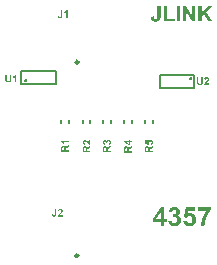
<source format=gto>
G04*
G04 #@! TF.GenerationSoftware,Altium Limited,Altium Designer,22.7.1 (60)*
G04*
G04 Layer_Color=15132400*
%FSLAX25Y25*%
%MOIN*%
G70*
G04*
G04 #@! TF.SameCoordinates,4E350FCD-7793-4D70-B8A6-44CA439EF18F*
G04*
G04*
G04 #@! TF.FilePolarity,Positive*
G04*
G01*
G75*
%ADD10C,0.01000*%
%ADD11C,0.00787*%
%ADD12C,0.00551*%
G36*
X24580Y-32219D02*
X24643D01*
X24719Y-32233D01*
X24809Y-32240D01*
X24907Y-32261D01*
X25011Y-32282D01*
X25129Y-32317D01*
X25247Y-32351D01*
X25365Y-32400D01*
X25483Y-32455D01*
X25607Y-32525D01*
X25725Y-32601D01*
X25837Y-32691D01*
X25941Y-32795D01*
X25948Y-32802D01*
X25962Y-32816D01*
X25982Y-32844D01*
X26010Y-32879D01*
X26045Y-32920D01*
X26086Y-32976D01*
X26128Y-33038D01*
X26170Y-33108D01*
X26253Y-33260D01*
X26329Y-33441D01*
X26357Y-33538D01*
X26378Y-33642D01*
X26392Y-33746D01*
X26399Y-33857D01*
Y-33864D01*
Y-33892D01*
X26392Y-33941D01*
X26385Y-33996D01*
X26371Y-34065D01*
X26350Y-34149D01*
X26322Y-34246D01*
X26281Y-34343D01*
X26232Y-34447D01*
X26177Y-34558D01*
X26100Y-34669D01*
X26010Y-34780D01*
X25906Y-34891D01*
X25781Y-35002D01*
X25635Y-35107D01*
X25476Y-35204D01*
X25483D01*
X25503Y-35211D01*
X25531Y-35217D01*
X25566Y-35231D01*
X25615Y-35245D01*
X25670Y-35266D01*
X25788Y-35315D01*
X25934Y-35384D01*
X26079Y-35481D01*
X26218Y-35592D01*
X26288Y-35662D01*
X26350Y-35738D01*
X26357Y-35745D01*
X26364Y-35759D01*
X26378Y-35780D01*
X26406Y-35807D01*
X26426Y-35849D01*
X26454Y-35898D01*
X26489Y-35953D01*
X26517Y-36016D01*
X26579Y-36161D01*
X26635Y-36328D01*
X26669Y-36522D01*
X26676Y-36626D01*
X26683Y-36730D01*
Y-36737D01*
Y-36765D01*
X26676Y-36814D01*
Y-36869D01*
X26662Y-36946D01*
X26649Y-37029D01*
X26635Y-37119D01*
X26607Y-37223D01*
X26572Y-37334D01*
X26531Y-37452D01*
X26482Y-37570D01*
X26419Y-37688D01*
X26350Y-37813D01*
X26267Y-37931D01*
X26177Y-38049D01*
X26066Y-38167D01*
X26059Y-38174D01*
X26038Y-38195D01*
X26003Y-38223D01*
X25954Y-38257D01*
X25892Y-38306D01*
X25823Y-38354D01*
X25739Y-38410D01*
X25642Y-38458D01*
X25538Y-38514D01*
X25420Y-38570D01*
X25288Y-38618D01*
X25156Y-38667D01*
X25011Y-38701D01*
X24858Y-38729D01*
X24691Y-38750D01*
X24525Y-38757D01*
X24483D01*
X24442Y-38750D01*
X24379D01*
X24310Y-38743D01*
X24219Y-38729D01*
X24122Y-38715D01*
X24018Y-38694D01*
X23907Y-38667D01*
X23789Y-38632D01*
X23671Y-38597D01*
X23553Y-38549D01*
X23428Y-38486D01*
X23310Y-38424D01*
X23192Y-38347D01*
X23081Y-38257D01*
X23074Y-38250D01*
X23054Y-38236D01*
X23026Y-38209D01*
X22991Y-38167D01*
X22950Y-38118D01*
X22894Y-38056D01*
X22845Y-37987D01*
X22783Y-37903D01*
X22727Y-37813D01*
X22672Y-37716D01*
X22616Y-37612D01*
X22561Y-37494D01*
X22519Y-37369D01*
X22478Y-37237D01*
X22443Y-37091D01*
X22422Y-36946D01*
X23609Y-36800D01*
Y-36807D01*
Y-36821D01*
X23616Y-36841D01*
X23623Y-36876D01*
X23637Y-36959D01*
X23671Y-37057D01*
X23706Y-37175D01*
X23762Y-37286D01*
X23831Y-37404D01*
X23914Y-37501D01*
X23928Y-37508D01*
X23956Y-37536D01*
X24011Y-37577D01*
X24081Y-37619D01*
X24171Y-37660D01*
X24275Y-37702D01*
X24393Y-37730D01*
X24518Y-37737D01*
X24553D01*
X24580Y-37730D01*
X24650Y-37723D01*
X24740Y-37702D01*
X24844Y-37667D01*
X24948Y-37619D01*
X25059Y-37549D01*
X25163Y-37452D01*
X25177Y-37438D01*
X25205Y-37397D01*
X25247Y-37334D01*
X25295Y-37244D01*
X25344Y-37133D01*
X25385Y-37001D01*
X25413Y-36848D01*
X25427Y-36675D01*
Y-36668D01*
Y-36654D01*
Y-36633D01*
X25420Y-36599D01*
Y-36557D01*
X25413Y-36515D01*
X25399Y-36411D01*
X25365Y-36293D01*
X25323Y-36168D01*
X25260Y-36050D01*
X25177Y-35939D01*
X25163Y-35925D01*
X25136Y-35898D01*
X25080Y-35849D01*
X25011Y-35800D01*
X24920Y-35752D01*
X24816Y-35703D01*
X24698Y-35675D01*
X24566Y-35662D01*
X24525D01*
X24476Y-35669D01*
X24407Y-35675D01*
X24324Y-35682D01*
X24233Y-35703D01*
X24122Y-35724D01*
X24004Y-35759D01*
X24136Y-34760D01*
X24219D01*
X24261Y-34753D01*
X24310D01*
X24421Y-34739D01*
X24546Y-34718D01*
X24671Y-34676D01*
X24789Y-34621D01*
X24900Y-34551D01*
X24914Y-34537D01*
X24941Y-34510D01*
X24983Y-34461D01*
X25038Y-34392D01*
X25087Y-34301D01*
X25129Y-34197D01*
X25156Y-34079D01*
X25170Y-33941D01*
Y-33934D01*
Y-33927D01*
Y-33885D01*
X25163Y-33830D01*
X25150Y-33753D01*
X25122Y-33677D01*
X25087Y-33587D01*
X25038Y-33503D01*
X24976Y-33427D01*
X24969Y-33420D01*
X24941Y-33399D01*
X24900Y-33364D01*
X24837Y-33330D01*
X24761Y-33295D01*
X24678Y-33260D01*
X24574Y-33240D01*
X24455Y-33233D01*
X24400D01*
X24344Y-33246D01*
X24268Y-33260D01*
X24185Y-33288D01*
X24095Y-33323D01*
X24004Y-33378D01*
X23914Y-33455D01*
X23907Y-33462D01*
X23879Y-33496D01*
X23845Y-33545D01*
X23796Y-33614D01*
X23748Y-33705D01*
X23706Y-33809D01*
X23671Y-33941D01*
X23643Y-34086D01*
X22512Y-33899D01*
Y-33892D01*
X22519Y-33871D01*
X22526Y-33843D01*
X22533Y-33802D01*
X22547Y-33753D01*
X22561Y-33698D01*
X22603Y-33566D01*
X22651Y-33413D01*
X22714Y-33260D01*
X22783Y-33108D01*
X22866Y-32969D01*
Y-32962D01*
X22880Y-32955D01*
X22908Y-32913D01*
X22963Y-32844D01*
X23040Y-32768D01*
X23130Y-32678D01*
X23241Y-32587D01*
X23373Y-32497D01*
X23526Y-32414D01*
X23532D01*
X23546Y-32407D01*
X23567Y-32393D01*
X23602Y-32379D01*
X23643Y-32365D01*
X23692Y-32351D01*
X23748Y-32331D01*
X23810Y-32310D01*
X23949Y-32275D01*
X24115Y-32240D01*
X24296Y-32219D01*
X24490Y-32212D01*
X24532D01*
X24580Y-32219D01*
D02*
G37*
G36*
X31486Y-33469D02*
X29161D01*
X28967Y-34558D01*
X28973D01*
X28987Y-34551D01*
X29008Y-34537D01*
X29036Y-34523D01*
X29078Y-34510D01*
X29119Y-34489D01*
X29223Y-34454D01*
X29355Y-34413D01*
X29494Y-34385D01*
X29647Y-34357D01*
X29806Y-34350D01*
X29841D01*
X29883Y-34357D01*
X29945D01*
X30014Y-34371D01*
X30098Y-34385D01*
X30188Y-34399D01*
X30285Y-34426D01*
X30396Y-34454D01*
X30507Y-34496D01*
X30618Y-34544D01*
X30736Y-34600D01*
X30854Y-34669D01*
X30972Y-34753D01*
X31083Y-34843D01*
X31194Y-34947D01*
X31201Y-34954D01*
X31222Y-34975D01*
X31250Y-35009D01*
X31284Y-35058D01*
X31326Y-35113D01*
X31375Y-35183D01*
X31430Y-35266D01*
X31486Y-35363D01*
X31534Y-35467D01*
X31590Y-35585D01*
X31638Y-35717D01*
X31680Y-35849D01*
X31715Y-36002D01*
X31743Y-36154D01*
X31763Y-36321D01*
X31770Y-36494D01*
Y-36501D01*
Y-36529D01*
Y-36571D01*
X31763Y-36626D01*
X31756Y-36696D01*
X31743Y-36779D01*
X31729Y-36869D01*
X31715Y-36966D01*
X31687Y-37077D01*
X31659Y-37189D01*
X31618Y-37306D01*
X31576Y-37424D01*
X31520Y-37549D01*
X31458Y-37667D01*
X31389Y-37792D01*
X31305Y-37910D01*
X31298Y-37917D01*
X31277Y-37945D01*
X31243Y-37987D01*
X31187Y-38042D01*
X31125Y-38105D01*
X31049Y-38181D01*
X30958Y-38257D01*
X30854Y-38334D01*
X30736Y-38410D01*
X30604Y-38486D01*
X30465Y-38563D01*
X30313Y-38625D01*
X30146Y-38681D01*
X29966Y-38722D01*
X29772Y-38750D01*
X29570Y-38757D01*
X29487D01*
X29425Y-38750D01*
X29348Y-38743D01*
X29258Y-38729D01*
X29161Y-38715D01*
X29057Y-38694D01*
X28828Y-38639D01*
X28703Y-38604D01*
X28585Y-38556D01*
X28460Y-38500D01*
X28342Y-38438D01*
X28231Y-38368D01*
X28120Y-38285D01*
X28113Y-38278D01*
X28099Y-38264D01*
X28071Y-38236D01*
X28030Y-38195D01*
X27988Y-38146D01*
X27939Y-38091D01*
X27884Y-38021D01*
X27828Y-37945D01*
X27773Y-37855D01*
X27717Y-37758D01*
X27662Y-37653D01*
X27606Y-37542D01*
X27558Y-37418D01*
X27516Y-37286D01*
X27488Y-37147D01*
X27461Y-37001D01*
X28682Y-36869D01*
Y-36876D01*
Y-36890D01*
X28689Y-36911D01*
X28696Y-36939D01*
X28710Y-37015D01*
X28738Y-37105D01*
X28779Y-37216D01*
X28835Y-37320D01*
X28904Y-37431D01*
X28987Y-37528D01*
X29001Y-37536D01*
X29036Y-37563D01*
X29085Y-37605D01*
X29161Y-37646D01*
X29244Y-37695D01*
X29348Y-37730D01*
X29459Y-37758D01*
X29584Y-37771D01*
X29619D01*
X29647Y-37764D01*
X29723Y-37758D01*
X29813Y-37730D01*
X29917Y-37695D01*
X30021Y-37640D01*
X30132Y-37563D01*
X30188Y-37515D01*
X30237Y-37459D01*
Y-37452D01*
X30250Y-37445D01*
X30264Y-37424D01*
X30278Y-37404D01*
X30299Y-37369D01*
X30320Y-37327D01*
X30348Y-37279D01*
X30375Y-37223D01*
X30396Y-37161D01*
X30424Y-37091D01*
X30445Y-37015D01*
X30465Y-36932D01*
X30479Y-36834D01*
X30493Y-36737D01*
X30507Y-36626D01*
Y-36515D01*
Y-36508D01*
Y-36487D01*
Y-36460D01*
X30500Y-36418D01*
Y-36369D01*
X30493Y-36314D01*
X30472Y-36182D01*
X30445Y-36036D01*
X30396Y-35891D01*
X30327Y-35752D01*
X30237Y-35627D01*
Y-35620D01*
X30223Y-35613D01*
X30188Y-35578D01*
X30132Y-35530D01*
X30049Y-35474D01*
X29952Y-35426D01*
X29834Y-35377D01*
X29702Y-35342D01*
X29626Y-35329D01*
X29501D01*
X29459Y-35335D01*
X29411Y-35342D01*
X29362Y-35356D01*
X29230Y-35384D01*
X29085Y-35440D01*
X29001Y-35481D01*
X28925Y-35523D01*
X28842Y-35578D01*
X28758Y-35641D01*
X28675Y-35710D01*
X28599Y-35794D01*
X27606Y-35655D01*
X28238Y-32317D01*
X31486D01*
Y-33469D01*
D02*
G37*
G36*
X36621Y-33205D02*
X36614Y-33212D01*
X36601Y-33226D01*
X36573Y-33260D01*
X36531Y-33302D01*
X36483Y-33351D01*
X36427Y-33420D01*
X36364Y-33496D01*
X36295Y-33580D01*
X36219Y-33677D01*
X36136Y-33788D01*
X36045Y-33913D01*
X35955Y-34045D01*
X35858Y-34183D01*
X35761Y-34336D01*
X35664Y-34503D01*
X35559Y-34676D01*
X35553Y-34690D01*
X35539Y-34718D01*
X35511Y-34773D01*
X35469Y-34843D01*
X35428Y-34933D01*
X35379Y-35037D01*
X35317Y-35155D01*
X35254Y-35287D01*
X35192Y-35440D01*
X35122Y-35592D01*
X35060Y-35766D01*
X34990Y-35939D01*
X34921Y-36127D01*
X34859Y-36321D01*
X34741Y-36716D01*
Y-36730D01*
X34727Y-36765D01*
X34713Y-36821D01*
X34699Y-36897D01*
X34678Y-36994D01*
X34650Y-37098D01*
X34629Y-37223D01*
X34602Y-37362D01*
X34574Y-37508D01*
X34553Y-37660D01*
X34512Y-37980D01*
X34477Y-38313D01*
X34470Y-38639D01*
X33283D01*
Y-38632D01*
Y-38625D01*
Y-38604D01*
Y-38576D01*
X33290Y-38507D01*
X33297Y-38410D01*
X33304Y-38292D01*
X33318Y-38146D01*
X33339Y-37987D01*
X33360Y-37806D01*
X33394Y-37605D01*
X33429Y-37397D01*
X33470Y-37175D01*
X33526Y-36939D01*
X33582Y-36696D01*
X33651Y-36446D01*
X33734Y-36189D01*
X33825Y-35932D01*
Y-35925D01*
X33831Y-35918D01*
X33838Y-35898D01*
X33845Y-35870D01*
X33880Y-35794D01*
X33922Y-35696D01*
X33970Y-35578D01*
X34033Y-35433D01*
X34109Y-35273D01*
X34192Y-35100D01*
X34290Y-34912D01*
X34394Y-34718D01*
X34505Y-34510D01*
X34629Y-34301D01*
X34761Y-34086D01*
X34907Y-33871D01*
X35053Y-33663D01*
X35212Y-33455D01*
X32423D01*
Y-32317D01*
X36621D01*
Y-33205D01*
D02*
G37*
G36*
X21083Y-36272D02*
X21881D01*
Y-37348D01*
X21083D01*
Y-38639D01*
X19896D01*
Y-37348D01*
X17279D01*
Y-36279D01*
X20049Y-32212D01*
X21083D01*
Y-36272D01*
D02*
G37*
G36*
X35087Y32711D02*
X37124Y29581D01*
X35786D01*
X34371Y31984D01*
X33538Y31124D01*
Y29581D01*
X32506D01*
Y34703D01*
X33538D01*
Y32428D01*
X35631Y34703D01*
X37024D01*
X35087Y32711D01*
D02*
G37*
G36*
X31402Y29581D02*
X30369D01*
X28294Y32944D01*
Y29581D01*
X27339D01*
Y34703D01*
X28338D01*
X30447Y31262D01*
Y34703D01*
X31402D01*
Y29581D01*
D02*
G37*
G36*
X19874Y31451D02*
Y31446D01*
Y31423D01*
Y31390D01*
Y31346D01*
X19869Y31296D01*
Y31235D01*
X19863Y31163D01*
X19858Y31090D01*
X19847Y30935D01*
X19824Y30774D01*
X19797Y30613D01*
X19780Y30541D01*
X19758Y30474D01*
Y30469D01*
X19752Y30452D01*
X19741Y30430D01*
X19730Y30402D01*
X19713Y30363D01*
X19691Y30319D01*
X19636Y30213D01*
X19558Y30102D01*
X19464Y29980D01*
X19353Y29864D01*
X19286Y29808D01*
X19214Y29753D01*
X19208Y29747D01*
X19197Y29742D01*
X19175Y29731D01*
X19142Y29714D01*
X19103Y29692D01*
X19053Y29669D01*
X18997Y29647D01*
X18936Y29620D01*
X18864Y29597D01*
X18787Y29570D01*
X18698Y29547D01*
X18609Y29531D01*
X18509Y29509D01*
X18404Y29498D01*
X18287Y29492D01*
X18170Y29486D01*
X18137D01*
X18098Y29492D01*
X18048D01*
X17982Y29498D01*
X17910Y29509D01*
X17832Y29520D01*
X17743Y29542D01*
X17649Y29564D01*
X17554Y29592D01*
X17460Y29625D01*
X17360Y29664D01*
X17266Y29714D01*
X17172Y29770D01*
X17088Y29836D01*
X17005Y29908D01*
X16999Y29914D01*
X16988Y29930D01*
X16966Y29953D01*
X16938Y29986D01*
X16911Y30030D01*
X16877Y30086D01*
X16838Y30152D01*
X16800Y30224D01*
X16761Y30308D01*
X16722Y30402D01*
X16689Y30502D01*
X16661Y30613D01*
X16633Y30735D01*
X16611Y30868D01*
X16600Y31007D01*
X16594Y31157D01*
X17571Y31268D01*
Y31262D01*
Y31251D01*
Y31224D01*
X17577Y31196D01*
Y31157D01*
X17582Y31118D01*
X17593Y31024D01*
X17610Y30918D01*
X17632Y30818D01*
X17660Y30718D01*
X17676Y30680D01*
X17699Y30641D01*
Y30635D01*
X17704Y30630D01*
X17732Y30596D01*
X17771Y30558D01*
X17826Y30508D01*
X17898Y30458D01*
X17987Y30413D01*
X18087Y30380D01*
X18148Y30374D01*
X18209Y30369D01*
X18243D01*
X18265Y30374D01*
X18326Y30380D01*
X18398Y30391D01*
X18481Y30419D01*
X18559Y30452D01*
X18637Y30496D01*
X18698Y30563D01*
X18703Y30574D01*
X18709Y30585D01*
X18720Y30602D01*
X18731Y30630D01*
X18742Y30658D01*
X18759Y30696D01*
X18770Y30741D01*
X18781Y30791D01*
X18798Y30852D01*
X18809Y30918D01*
X18820Y30996D01*
X18831Y31079D01*
X18836Y31174D01*
X18842Y31273D01*
Y31385D01*
Y34703D01*
X19874D01*
Y31451D01*
D02*
G37*
G36*
X26340Y29581D02*
X25308D01*
Y34703D01*
X26340D01*
Y29581D01*
D02*
G37*
G36*
X22033Y30447D02*
X24603D01*
Y29581D01*
X21001D01*
Y34659D01*
X22033D01*
Y30447D01*
D02*
G37*
G36*
X-14847Y-34538D02*
Y-34541D01*
Y-34552D01*
Y-34569D01*
Y-34591D01*
X-14850Y-34616D01*
Y-34646D01*
X-14853Y-34682D01*
X-14856Y-34718D01*
X-14861Y-34796D01*
X-14872Y-34876D01*
X-14886Y-34956D01*
X-14895Y-34992D01*
X-14906Y-35026D01*
Y-35028D01*
X-14908Y-35037D01*
X-14914Y-35048D01*
X-14919Y-35062D01*
X-14928Y-35081D01*
X-14939Y-35103D01*
X-14966Y-35156D01*
X-15005Y-35211D01*
X-15052Y-35272D01*
X-15108Y-35330D01*
X-15141Y-35358D01*
X-15177Y-35386D01*
X-15180Y-35388D01*
X-15185Y-35391D01*
X-15196Y-35397D01*
X-15213Y-35405D01*
X-15233Y-35416D01*
X-15257Y-35427D01*
X-15285Y-35438D01*
X-15315Y-35452D01*
X-15352Y-35463D01*
X-15390Y-35477D01*
X-15435Y-35488D01*
X-15479Y-35497D01*
X-15529Y-35508D01*
X-15582Y-35513D01*
X-15640Y-35516D01*
X-15698Y-35519D01*
X-15714D01*
X-15734Y-35516D01*
X-15759D01*
X-15792Y-35513D01*
X-15828Y-35508D01*
X-15867Y-35502D01*
X-15911Y-35491D01*
X-15958Y-35480D01*
X-16005Y-35466D01*
X-16052Y-35449D01*
X-16102Y-35430D01*
X-16149Y-35405D01*
X-16196Y-35377D01*
X-16238Y-35344D01*
X-16280Y-35308D01*
X-16282Y-35305D01*
X-16288Y-35297D01*
X-16299Y-35286D01*
X-16313Y-35269D01*
X-16327Y-35247D01*
X-16343Y-35219D01*
X-16363Y-35186D01*
X-16382Y-35150D01*
X-16401Y-35109D01*
X-16421Y-35062D01*
X-16437Y-35012D01*
X-16451Y-34956D01*
X-16465Y-34895D01*
X-16476Y-34829D01*
X-16482Y-34760D01*
X-16485Y-34685D01*
X-15997Y-34629D01*
Y-34632D01*
Y-34638D01*
Y-34652D01*
X-15994Y-34666D01*
Y-34685D01*
X-15991Y-34704D01*
X-15986Y-34751D01*
X-15978Y-34804D01*
X-15967Y-34854D01*
X-15953Y-34904D01*
X-15944Y-34923D01*
X-15933Y-34942D01*
Y-34945D01*
X-15931Y-34948D01*
X-15917Y-34965D01*
X-15897Y-34984D01*
X-15870Y-35009D01*
X-15834Y-35034D01*
X-15789Y-35056D01*
X-15739Y-35073D01*
X-15709Y-35076D01*
X-15678Y-35078D01*
X-15662D01*
X-15651Y-35076D01*
X-15620Y-35073D01*
X-15584Y-35067D01*
X-15543Y-35053D01*
X-15504Y-35037D01*
X-15465Y-35015D01*
X-15435Y-34981D01*
X-15432Y-34976D01*
X-15429Y-34970D01*
X-15424Y-34962D01*
X-15418Y-34948D01*
X-15413Y-34934D01*
X-15404Y-34915D01*
X-15399Y-34893D01*
X-15393Y-34868D01*
X-15385Y-34837D01*
X-15379Y-34804D01*
X-15374Y-34765D01*
X-15368Y-34724D01*
X-15365Y-34677D01*
X-15363Y-34627D01*
Y-34571D01*
Y-32915D01*
X-14847D01*
Y-34538D01*
D02*
G37*
G36*
X-13501Y-32909D02*
X-13471Y-32912D01*
X-13435Y-32918D01*
X-13393Y-32923D01*
X-13349Y-32932D01*
X-13302Y-32943D01*
X-13255Y-32956D01*
X-13205Y-32973D01*
X-13155Y-32992D01*
X-13108Y-33017D01*
X-13061Y-33045D01*
X-13014Y-33075D01*
X-12972Y-33112D01*
X-12969Y-33114D01*
X-12964Y-33120D01*
X-12953Y-33134D01*
X-12939Y-33147D01*
X-12922Y-33167D01*
X-12903Y-33192D01*
X-12883Y-33220D01*
X-12861Y-33253D01*
X-12842Y-33286D01*
X-12823Y-33325D01*
X-12803Y-33366D01*
X-12787Y-33411D01*
X-12773Y-33461D01*
X-12762Y-33510D01*
X-12756Y-33563D01*
X-12753Y-33618D01*
Y-33621D01*
Y-33627D01*
Y-33635D01*
Y-33649D01*
X-12756Y-33663D01*
Y-33682D01*
X-12762Y-33724D01*
X-12770Y-33776D01*
X-12781Y-33832D01*
X-12795Y-33890D01*
X-12817Y-33948D01*
Y-33951D01*
X-12820Y-33954D01*
X-12823Y-33965D01*
X-12828Y-33976D01*
X-12836Y-33990D01*
X-12845Y-34006D01*
X-12864Y-34048D01*
X-12892Y-34095D01*
X-12925Y-34150D01*
X-12967Y-34211D01*
X-13014Y-34275D01*
X-13019Y-34280D01*
X-13030Y-34297D01*
X-13055Y-34322D01*
X-13086Y-34358D01*
X-13108Y-34380D01*
X-13130Y-34405D01*
X-13158Y-34430D01*
X-13185Y-34460D01*
X-13219Y-34491D01*
X-13255Y-34527D01*
X-13294Y-34563D01*
X-13335Y-34602D01*
X-13338Y-34605D01*
X-13346Y-34610D01*
X-13357Y-34621D01*
X-13371Y-34635D01*
X-13390Y-34652D01*
X-13413Y-34671D01*
X-13460Y-34715D01*
X-13510Y-34762D01*
X-13557Y-34809D01*
X-13579Y-34832D01*
X-13598Y-34851D01*
X-13615Y-34870D01*
X-13629Y-34884D01*
X-13631Y-34887D01*
X-13640Y-34895D01*
X-13651Y-34909D01*
X-13665Y-34926D01*
X-13679Y-34948D01*
X-13695Y-34970D01*
X-13728Y-35017D01*
X-12753D01*
Y-35472D01*
X-14471D01*
Y-35469D01*
X-14468Y-35460D01*
Y-35447D01*
X-14465Y-35427D01*
X-14460Y-35405D01*
X-14454Y-35377D01*
X-14448Y-35347D01*
X-14440Y-35314D01*
X-14418Y-35239D01*
X-14388Y-35156D01*
X-14352Y-35070D01*
X-14304Y-34984D01*
X-14302Y-34981D01*
X-14299Y-34973D01*
X-14288Y-34959D01*
X-14277Y-34942D01*
X-14260Y-34920D01*
X-14238Y-34890D01*
X-14213Y-34859D01*
X-14183Y-34821D01*
X-14149Y-34779D01*
X-14108Y-34735D01*
X-14063Y-34682D01*
X-14014Y-34629D01*
X-13958Y-34571D01*
X-13894Y-34508D01*
X-13828Y-34441D01*
X-13753Y-34372D01*
X-13750Y-34369D01*
X-13739Y-34358D01*
X-13723Y-34341D01*
X-13701Y-34322D01*
X-13673Y-34297D01*
X-13645Y-34269D01*
X-13612Y-34236D01*
X-13579Y-34203D01*
X-13507Y-34134D01*
X-13440Y-34064D01*
X-13413Y-34034D01*
X-13385Y-34003D01*
X-13363Y-33976D01*
X-13346Y-33954D01*
Y-33951D01*
X-13340Y-33948D01*
X-13338Y-33940D01*
X-13329Y-33929D01*
X-13313Y-33898D01*
X-13294Y-33859D01*
X-13277Y-33815D01*
X-13260Y-33765D01*
X-13249Y-33710D01*
X-13244Y-33654D01*
Y-33652D01*
Y-33646D01*
Y-33638D01*
Y-33627D01*
X-13249Y-33599D01*
X-13255Y-33560D01*
X-13266Y-33522D01*
X-13280Y-33480D01*
X-13302Y-33438D01*
X-13332Y-33402D01*
X-13335Y-33400D01*
X-13349Y-33389D01*
X-13368Y-33375D01*
X-13396Y-33358D01*
X-13432Y-33341D01*
X-13474Y-33328D01*
X-13521Y-33316D01*
X-13576Y-33314D01*
X-13601D01*
X-13629Y-33319D01*
X-13665Y-33325D01*
X-13703Y-33336D01*
X-13745Y-33353D01*
X-13787Y-33377D01*
X-13823Y-33408D01*
X-13825Y-33413D01*
X-13836Y-33424D01*
X-13850Y-33447D01*
X-13870Y-33480D01*
X-13886Y-33522D01*
X-13903Y-33574D01*
X-13917Y-33638D01*
X-13922Y-33674D01*
X-13925Y-33713D01*
X-14412Y-33665D01*
Y-33660D01*
X-14410Y-33649D01*
X-14407Y-33627D01*
X-14401Y-33599D01*
X-14396Y-33566D01*
X-14388Y-33527D01*
X-14377Y-33485D01*
X-14363Y-33441D01*
X-14346Y-33394D01*
X-14327Y-33347D01*
X-14304Y-33297D01*
X-14280Y-33250D01*
X-14252Y-33203D01*
X-14219Y-33159D01*
X-14183Y-33120D01*
X-14141Y-33084D01*
X-14138Y-33081D01*
X-14130Y-33075D01*
X-14116Y-33067D01*
X-14099Y-33056D01*
X-14077Y-33042D01*
X-14050Y-33028D01*
X-14019Y-33012D01*
X-13983Y-32995D01*
X-13942Y-32979D01*
X-13900Y-32962D01*
X-13853Y-32948D01*
X-13800Y-32934D01*
X-13748Y-32923D01*
X-13690Y-32915D01*
X-13629Y-32909D01*
X-13565Y-32906D01*
X-13529D01*
X-13501Y-32909D01*
D02*
G37*
G36*
X-12838Y31675D02*
Y31672D01*
Y31661D01*
Y31644D01*
Y31622D01*
X-12841Y31597D01*
Y31567D01*
X-12844Y31530D01*
X-12847Y31495D01*
X-12852Y31417D01*
X-12863Y31337D01*
X-12877Y31256D01*
X-12886Y31220D01*
X-12897Y31187D01*
Y31184D01*
X-12899Y31176D01*
X-12905Y31165D01*
X-12910Y31151D01*
X-12919Y31132D01*
X-12930Y31109D01*
X-12957Y31057D01*
X-12996Y31001D01*
X-13043Y30940D01*
X-13099Y30882D01*
X-13132Y30855D01*
X-13168Y30827D01*
X-13171Y30824D01*
X-13176Y30821D01*
X-13187Y30816D01*
X-13204Y30808D01*
X-13223Y30796D01*
X-13248Y30785D01*
X-13276Y30774D01*
X-13307Y30760D01*
X-13342Y30749D01*
X-13381Y30735D01*
X-13426Y30724D01*
X-13470Y30716D01*
X-13520Y30705D01*
X-13572Y30700D01*
X-13631Y30697D01*
X-13689Y30694D01*
X-13705D01*
X-13725Y30697D01*
X-13750D01*
X-13783Y30700D01*
X-13819Y30705D01*
X-13858Y30711D01*
X-13902Y30722D01*
X-13949Y30733D01*
X-13996Y30747D01*
X-14043Y30763D01*
X-14093Y30783D01*
X-14140Y30808D01*
X-14187Y30835D01*
X-14229Y30869D01*
X-14270Y30904D01*
X-14273Y30907D01*
X-14279Y30916D01*
X-14290Y30927D01*
X-14304Y30943D01*
X-14318Y30965D01*
X-14334Y30993D01*
X-14354Y31026D01*
X-14373Y31062D01*
X-14392Y31104D01*
X-14412Y31151D01*
X-14428Y31201D01*
X-14442Y31256D01*
X-14456Y31317D01*
X-14467Y31384D01*
X-14473Y31453D01*
X-14476Y31528D01*
X-13988Y31583D01*
Y31580D01*
Y31575D01*
Y31561D01*
X-13985Y31547D01*
Y31528D01*
X-13982Y31508D01*
X-13977Y31461D01*
X-13969Y31409D01*
X-13958Y31359D01*
X-13944Y31309D01*
X-13935Y31289D01*
X-13924Y31270D01*
Y31267D01*
X-13921Y31265D01*
X-13908Y31248D01*
X-13888Y31229D01*
X-13860Y31204D01*
X-13825Y31179D01*
X-13780Y31157D01*
X-13730Y31140D01*
X-13700Y31137D01*
X-13669Y31134D01*
X-13653D01*
X-13642Y31137D01*
X-13611Y31140D01*
X-13575Y31146D01*
X-13534Y31159D01*
X-13495Y31176D01*
X-13456Y31198D01*
X-13426Y31231D01*
X-13423Y31237D01*
X-13420Y31242D01*
X-13415Y31251D01*
X-13409Y31265D01*
X-13404Y31278D01*
X-13395Y31298D01*
X-13390Y31320D01*
X-13384Y31345D01*
X-13376Y31375D01*
X-13370Y31409D01*
X-13365Y31447D01*
X-13359Y31489D01*
X-13356Y31536D01*
X-13354Y31586D01*
Y31641D01*
Y33298D01*
X-12838D01*
Y31675D01*
D02*
G37*
G36*
X-11146Y30741D02*
X-11636D01*
Y32583D01*
X-11639Y32580D01*
X-11647Y32572D01*
X-11664Y32558D01*
X-11683Y32541D01*
X-11708Y32522D01*
X-11742Y32497D01*
X-11775Y32469D01*
X-11816Y32442D01*
X-11861Y32411D01*
X-11908Y32381D01*
X-11960Y32350D01*
X-12016Y32320D01*
X-12074Y32289D01*
X-12138Y32262D01*
X-12201Y32237D01*
X-12268Y32212D01*
Y32658D01*
X-12265D01*
X-12259Y32661D01*
X-12248Y32663D01*
X-12235Y32669D01*
X-12215Y32677D01*
X-12196Y32686D01*
X-12171Y32697D01*
X-12143Y32710D01*
X-12082Y32741D01*
X-12013Y32783D01*
X-11935Y32832D01*
X-11852Y32893D01*
X-11850Y32896D01*
X-11841Y32902D01*
X-11830Y32910D01*
X-11816Y32924D01*
X-11797Y32940D01*
X-11778Y32963D01*
X-11755Y32985D01*
X-11730Y33012D01*
X-11678Y33073D01*
X-11628Y33143D01*
X-11581Y33220D01*
X-11561Y33262D01*
X-11545Y33306D01*
X-11146D01*
Y30741D01*
D02*
G37*
G36*
X33972Y9651D02*
Y9646D01*
Y9632D01*
Y9607D01*
Y9577D01*
Y9538D01*
X33970Y9496D01*
Y9449D01*
X33967Y9397D01*
X33961Y9291D01*
X33953Y9183D01*
X33947Y9131D01*
X33942Y9084D01*
X33936Y9039D01*
X33928Y9001D01*
Y8998D01*
X33925Y8992D01*
X33922Y8981D01*
X33920Y8970D01*
X33914Y8953D01*
X33909Y8934D01*
X33892Y8890D01*
X33873Y8837D01*
X33845Y8784D01*
X33812Y8732D01*
X33773Y8679D01*
Y8676D01*
X33767Y8674D01*
X33753Y8657D01*
X33729Y8635D01*
X33695Y8604D01*
X33651Y8571D01*
X33601Y8538D01*
X33540Y8502D01*
X33474Y8472D01*
X33471D01*
X33465Y8469D01*
X33454Y8463D01*
X33441Y8460D01*
X33421Y8455D01*
X33399Y8447D01*
X33371Y8441D01*
X33341Y8433D01*
X33307Y8424D01*
X33272Y8419D01*
X33230Y8413D01*
X33188Y8405D01*
X33141Y8402D01*
X33091Y8397D01*
X33039Y8394D01*
X32947D01*
X32923Y8397D01*
X32892D01*
X32859Y8399D01*
X32820Y8402D01*
X32778Y8405D01*
X32687Y8413D01*
X32596Y8430D01*
X32507Y8449D01*
X32465Y8463D01*
X32429Y8477D01*
X32427D01*
X32421Y8480D01*
X32410Y8485D01*
X32399Y8494D01*
X32382Y8502D01*
X32363Y8510D01*
X32321Y8538D01*
X32274Y8568D01*
X32224Y8604D01*
X32175Y8649D01*
X32130Y8696D01*
Y8699D01*
X32125Y8701D01*
X32119Y8710D01*
X32114Y8721D01*
X32094Y8746D01*
X32072Y8782D01*
X32047Y8826D01*
X32022Y8873D01*
X32003Y8926D01*
X31986Y8981D01*
Y8984D01*
X31983Y8992D01*
X31981Y9003D01*
X31978Y9023D01*
X31975Y9045D01*
X31970Y9073D01*
X31967Y9106D01*
X31961Y9145D01*
X31956Y9186D01*
X31953Y9236D01*
X31947Y9289D01*
X31945Y9347D01*
X31942Y9410D01*
X31939Y9477D01*
X31936Y9552D01*
Y9629D01*
Y10998D01*
X32452D01*
Y9610D01*
Y9607D01*
Y9596D01*
Y9579D01*
Y9557D01*
Y9530D01*
Y9499D01*
X32454Y9466D01*
Y9433D01*
Y9358D01*
X32460Y9289D01*
Y9255D01*
X32463Y9228D01*
X32465Y9203D01*
X32468Y9181D01*
Y9178D01*
X32471Y9175D01*
Y9167D01*
X32476Y9156D01*
X32485Y9125D01*
X32501Y9089D01*
X32521Y9050D01*
X32548Y9009D01*
X32585Y8967D01*
X32626Y8929D01*
X32629D01*
X32632Y8926D01*
X32640Y8920D01*
X32648Y8915D01*
X32676Y8898D01*
X32715Y8882D01*
X32765Y8865D01*
X32823Y8848D01*
X32889Y8837D01*
X32967Y8834D01*
X32989D01*
X33003Y8837D01*
X33022D01*
X33042Y8840D01*
X33091Y8845D01*
X33144Y8856D01*
X33200Y8873D01*
X33252Y8892D01*
X33299Y8923D01*
X33305Y8926D01*
X33316Y8940D01*
X33335Y8959D01*
X33357Y8984D01*
X33380Y9014D01*
X33402Y9053D01*
X33421Y9095D01*
X33432Y9142D01*
Y9145D01*
Y9147D01*
X33435Y9156D01*
Y9167D01*
X33438Y9183D01*
X33441Y9200D01*
X33443Y9222D01*
X33446Y9247D01*
Y9275D01*
X33449Y9308D01*
X33452Y9344D01*
X33454Y9383D01*
Y9427D01*
X33457Y9474D01*
Y9524D01*
Y9579D01*
Y10998D01*
X33972D01*
Y9651D01*
D02*
G37*
G36*
X35316Y11003D02*
X35346Y11000D01*
X35382Y10995D01*
X35424Y10989D01*
X35468Y10981D01*
X35515Y10970D01*
X35562Y10956D01*
X35612Y10940D01*
X35662Y10920D01*
X35709Y10895D01*
X35756Y10868D01*
X35803Y10837D01*
X35845Y10801D01*
X35848Y10798D01*
X35853Y10793D01*
X35864Y10779D01*
X35878Y10765D01*
X35895Y10746D01*
X35914Y10721D01*
X35934Y10693D01*
X35956Y10660D01*
X35975Y10627D01*
X35994Y10588D01*
X36014Y10546D01*
X36030Y10502D01*
X36044Y10452D01*
X36055Y10402D01*
X36061Y10350D01*
X36064Y10294D01*
Y10291D01*
Y10286D01*
Y10278D01*
Y10264D01*
X36061Y10250D01*
Y10231D01*
X36055Y10189D01*
X36047Y10136D01*
X36036Y10081D01*
X36022Y10023D01*
X36000Y9965D01*
Y9962D01*
X35997Y9959D01*
X35994Y9948D01*
X35989Y9937D01*
X35980Y9923D01*
X35972Y9906D01*
X35953Y9865D01*
X35925Y9818D01*
X35892Y9762D01*
X35850Y9701D01*
X35803Y9638D01*
X35798Y9632D01*
X35787Y9616D01*
X35762Y9591D01*
X35731Y9555D01*
X35709Y9532D01*
X35687Y9507D01*
X35659Y9483D01*
X35631Y9452D01*
X35598Y9422D01*
X35562Y9386D01*
X35524Y9350D01*
X35482Y9311D01*
X35479Y9308D01*
X35471Y9302D01*
X35460Y9291D01*
X35446Y9278D01*
X35427Y9261D01*
X35404Y9242D01*
X35357Y9197D01*
X35307Y9150D01*
X35260Y9103D01*
X35238Y9081D01*
X35219Y9061D01*
X35202Y9042D01*
X35188Y9028D01*
X35186Y9025D01*
X35177Y9017D01*
X35166Y9003D01*
X35152Y8987D01*
X35138Y8965D01*
X35122Y8942D01*
X35089Y8895D01*
X36064D01*
Y8441D01*
X34346D01*
Y8444D01*
X34349Y8452D01*
Y8466D01*
X34352Y8485D01*
X34357Y8507D01*
X34363Y8535D01*
X34368Y8566D01*
X34377Y8599D01*
X34399Y8674D01*
X34429Y8757D01*
X34465Y8843D01*
X34512Y8929D01*
X34515Y8931D01*
X34518Y8940D01*
X34529Y8953D01*
X34540Y8970D01*
X34557Y8992D01*
X34579Y9023D01*
X34604Y9053D01*
X34634Y9092D01*
X34668Y9133D01*
X34709Y9178D01*
X34753Y9230D01*
X34803Y9283D01*
X34859Y9341D01*
X34922Y9405D01*
X34989Y9471D01*
X35064Y9541D01*
X35066Y9544D01*
X35078Y9555D01*
X35094Y9571D01*
X35116Y9591D01*
X35144Y9616D01*
X35172Y9643D01*
X35205Y9676D01*
X35238Y9710D01*
X35310Y9779D01*
X35377Y9848D01*
X35404Y9879D01*
X35432Y9909D01*
X35454Y9937D01*
X35471Y9959D01*
Y9962D01*
X35476Y9965D01*
X35479Y9973D01*
X35487Y9984D01*
X35504Y10014D01*
X35524Y10053D01*
X35540Y10097D01*
X35557Y10147D01*
X35568Y10203D01*
X35573Y10258D01*
Y10261D01*
Y10266D01*
Y10275D01*
Y10286D01*
X35568Y10314D01*
X35562Y10352D01*
X35551Y10391D01*
X35537Y10433D01*
X35515Y10474D01*
X35485Y10510D01*
X35482Y10513D01*
X35468Y10524D01*
X35449Y10538D01*
X35421Y10555D01*
X35385Y10571D01*
X35344Y10585D01*
X35296Y10596D01*
X35241Y10599D01*
X35216D01*
X35188Y10593D01*
X35152Y10588D01*
X35113Y10577D01*
X35072Y10560D01*
X35030Y10535D01*
X34994Y10505D01*
X34992Y10499D01*
X34981Y10488D01*
X34967Y10466D01*
X34947Y10433D01*
X34931Y10391D01*
X34914Y10339D01*
X34900Y10275D01*
X34895Y10239D01*
X34892Y10200D01*
X34404Y10247D01*
Y10253D01*
X34407Y10264D01*
X34410Y10286D01*
X34416Y10314D01*
X34421Y10347D01*
X34429Y10386D01*
X34440Y10427D01*
X34454Y10471D01*
X34471Y10519D01*
X34490Y10566D01*
X34512Y10616D01*
X34537Y10663D01*
X34565Y10710D01*
X34598Y10754D01*
X34634Y10793D01*
X34676Y10829D01*
X34679Y10832D01*
X34687Y10837D01*
X34701Y10845D01*
X34717Y10857D01*
X34740Y10870D01*
X34767Y10884D01*
X34798Y10901D01*
X34834Y10917D01*
X34875Y10934D01*
X34917Y10951D01*
X34964Y10965D01*
X35017Y10978D01*
X35069Y10989D01*
X35127Y10998D01*
X35188Y11003D01*
X35252Y11006D01*
X35288D01*
X35316Y11003D01*
D02*
G37*
G36*
X-29891Y10532D02*
Y10526D01*
Y10512D01*
Y10487D01*
Y10457D01*
Y10418D01*
X-29894Y10377D01*
Y10330D01*
X-29896Y10277D01*
X-29902Y10172D01*
X-29910Y10064D01*
X-29916Y10011D01*
X-29921Y9964D01*
X-29927Y9920D01*
X-29935Y9881D01*
Y9878D01*
X-29938Y9873D01*
X-29941Y9861D01*
X-29943Y9850D01*
X-29949Y9834D01*
X-29955Y9814D01*
X-29971Y9770D01*
X-29991Y9718D01*
X-30018Y9665D01*
X-30051Y9612D01*
X-30090Y9560D01*
Y9557D01*
X-30096Y9554D01*
X-30110Y9537D01*
X-30135Y9515D01*
X-30168Y9485D01*
X-30212Y9452D01*
X-30262Y9418D01*
X-30323Y9382D01*
X-30389Y9352D01*
X-30392D01*
X-30398Y9349D01*
X-30409Y9343D01*
X-30423Y9341D01*
X-30442Y9335D01*
X-30464Y9327D01*
X-30492Y9321D01*
X-30522Y9313D01*
X-30556Y9305D01*
X-30592Y9299D01*
X-30633Y9294D01*
X-30675Y9285D01*
X-30722Y9283D01*
X-30772Y9277D01*
X-30824Y9274D01*
X-30916D01*
X-30941Y9277D01*
X-30971D01*
X-31004Y9280D01*
X-31043Y9283D01*
X-31085Y9285D01*
X-31176Y9294D01*
X-31267Y9310D01*
X-31356Y9330D01*
X-31398Y9343D01*
X-31434Y9357D01*
X-31436D01*
X-31442Y9360D01*
X-31453Y9366D01*
X-31464Y9374D01*
X-31481Y9382D01*
X-31500Y9391D01*
X-31542Y9418D01*
X-31589Y9449D01*
X-31639Y9485D01*
X-31689Y9529D01*
X-31733Y9576D01*
Y9579D01*
X-31738Y9582D01*
X-31744Y9590D01*
X-31749Y9601D01*
X-31769Y9626D01*
X-31791Y9662D01*
X-31816Y9706D01*
X-31841Y9753D01*
X-31860Y9806D01*
X-31877Y9861D01*
Y9864D01*
X-31880Y9873D01*
X-31883Y9884D01*
X-31885Y9903D01*
X-31888Y9925D01*
X-31894Y9953D01*
X-31896Y9986D01*
X-31902Y10025D01*
X-31907Y10067D01*
X-31910Y10116D01*
X-31916Y10169D01*
X-31918Y10227D01*
X-31921Y10291D01*
X-31924Y10357D01*
X-31927Y10432D01*
Y10510D01*
Y11878D01*
X-31412D01*
Y10490D01*
Y10487D01*
Y10476D01*
Y10460D01*
Y10438D01*
Y10410D01*
Y10379D01*
X-31409Y10346D01*
Y10313D01*
Y10238D01*
X-31403Y10169D01*
Y10136D01*
X-31400Y10108D01*
X-31398Y10083D01*
X-31395Y10061D01*
Y10058D01*
X-31392Y10055D01*
Y10047D01*
X-31387Y10036D01*
X-31378Y10006D01*
X-31362Y9969D01*
X-31342Y9931D01*
X-31315Y9889D01*
X-31279Y9848D01*
X-31237Y9809D01*
X-31234D01*
X-31231Y9806D01*
X-31223Y9801D01*
X-31215Y9795D01*
X-31187Y9778D01*
X-31148Y9762D01*
X-31099Y9745D01*
X-31040Y9729D01*
X-30974Y9718D01*
X-30896Y9715D01*
X-30874D01*
X-30860Y9718D01*
X-30841D01*
X-30822Y9720D01*
X-30772Y9726D01*
X-30719Y9737D01*
X-30664Y9753D01*
X-30611Y9773D01*
X-30564Y9803D01*
X-30558Y9806D01*
X-30547Y9820D01*
X-30528Y9839D01*
X-30506Y9864D01*
X-30484Y9895D01*
X-30461Y9933D01*
X-30442Y9975D01*
X-30431Y10022D01*
Y10025D01*
Y10028D01*
X-30428Y10036D01*
Y10047D01*
X-30426Y10064D01*
X-30423Y10080D01*
X-30420Y10103D01*
X-30417Y10127D01*
Y10155D01*
X-30414Y10188D01*
X-30412Y10224D01*
X-30409Y10263D01*
Y10307D01*
X-30406Y10355D01*
Y10404D01*
Y10460D01*
Y11878D01*
X-29891D01*
Y10532D01*
D02*
G37*
G36*
X-28201Y9321D02*
X-28691D01*
Y11163D01*
X-28694Y11161D01*
X-28703Y11152D01*
X-28719Y11139D01*
X-28738Y11122D01*
X-28763Y11102D01*
X-28797Y11078D01*
X-28830Y11050D01*
X-28872Y11022D01*
X-28916Y10992D01*
X-28963Y10961D01*
X-29015Y10931D01*
X-29071Y10900D01*
X-29129Y10870D01*
X-29193Y10842D01*
X-29256Y10817D01*
X-29323Y10792D01*
Y11238D01*
X-29320D01*
X-29315Y11241D01*
X-29304Y11244D01*
X-29290Y11249D01*
X-29270Y11258D01*
X-29251Y11266D01*
X-29226Y11277D01*
X-29198Y11291D01*
X-29137Y11321D01*
X-29068Y11363D01*
X-28991Y11413D01*
X-28907Y11474D01*
X-28905Y11476D01*
X-28896Y11482D01*
X-28885Y11490D01*
X-28872Y11504D01*
X-28852Y11521D01*
X-28833Y11543D01*
X-28811Y11565D01*
X-28786Y11593D01*
X-28733Y11654D01*
X-28683Y11723D01*
X-28636Y11801D01*
X-28617Y11842D01*
X-28600Y11886D01*
X-28201D01*
Y9321D01*
D02*
G37*
G36*
X16452Y-9905D02*
X16479Y-9907D01*
X16512Y-9913D01*
X16548Y-9918D01*
X16587Y-9924D01*
X16632Y-9935D01*
X16676Y-9946D01*
X16723Y-9963D01*
X16770Y-9979D01*
X16820Y-10001D01*
X16867Y-10026D01*
X16917Y-10054D01*
X16964Y-10087D01*
X16967Y-10090D01*
X16978Y-10098D01*
X16994Y-10112D01*
X17017Y-10134D01*
X17041Y-10159D01*
X17072Y-10190D01*
X17102Y-10226D01*
X17133Y-10267D01*
X17163Y-10314D01*
X17194Y-10367D01*
X17224Y-10423D01*
X17249Y-10483D01*
X17271Y-10550D01*
X17288Y-10622D01*
X17299Y-10700D01*
X17302Y-10780D01*
Y-10813D01*
X17299Y-10838D01*
X17296Y-10868D01*
X17291Y-10904D01*
X17285Y-10943D01*
X17277Y-10985D01*
X17255Y-11076D01*
X17241Y-11126D01*
X17222Y-11173D01*
X17199Y-11223D01*
X17175Y-11270D01*
X17147Y-11314D01*
X17113Y-11359D01*
X17111Y-11361D01*
X17105Y-11367D01*
X17094Y-11378D01*
X17077Y-11395D01*
X17058Y-11411D01*
X17036Y-11431D01*
X17008Y-11453D01*
X16978Y-11475D01*
X16942Y-11497D01*
X16903Y-11519D01*
X16861Y-11542D01*
X16817Y-11564D01*
X16767Y-11583D01*
X16715Y-11600D01*
X16659Y-11611D01*
X16601Y-11622D01*
X16548Y-11134D01*
X16551D01*
X16557D01*
X16565Y-11132D01*
X16576Y-11129D01*
X16607Y-11123D01*
X16643Y-11112D01*
X16687Y-11096D01*
X16728Y-11073D01*
X16773Y-11046D01*
X16812Y-11012D01*
X16814Y-11007D01*
X16826Y-10993D01*
X16842Y-10974D01*
X16859Y-10943D01*
X16878Y-10910D01*
X16892Y-10868D01*
X16903Y-10824D01*
X16909Y-10774D01*
Y-10760D01*
X16906Y-10749D01*
X16903Y-10719D01*
X16892Y-10683D01*
X16878Y-10641D01*
X16856Y-10600D01*
X16826Y-10555D01*
X16806Y-10533D01*
X16784Y-10514D01*
X16781D01*
X16778Y-10508D01*
X16770Y-10503D01*
X16762Y-10497D01*
X16748Y-10489D01*
X16731Y-10481D01*
X16712Y-10470D01*
X16690Y-10458D01*
X16665Y-10450D01*
X16637Y-10439D01*
X16607Y-10431D01*
X16573Y-10423D01*
X16535Y-10417D01*
X16496Y-10411D01*
X16452Y-10406D01*
X16407D01*
X16404D01*
X16396D01*
X16385D01*
X16368Y-10409D01*
X16349D01*
X16327Y-10411D01*
X16274Y-10420D01*
X16216Y-10431D01*
X16158Y-10450D01*
X16103Y-10478D01*
X16053Y-10514D01*
X16050D01*
X16047Y-10519D01*
X16033Y-10533D01*
X16014Y-10555D01*
X15992Y-10589D01*
X15972Y-10627D01*
X15953Y-10675D01*
X15939Y-10727D01*
X15934Y-10758D01*
Y-10808D01*
X15936Y-10824D01*
X15939Y-10843D01*
X15945Y-10863D01*
X15956Y-10915D01*
X15978Y-10974D01*
X15994Y-11007D01*
X16011Y-11037D01*
X16033Y-11071D01*
X16058Y-11104D01*
X16086Y-11137D01*
X16119Y-11168D01*
X16064Y-11564D01*
X14731Y-11312D01*
Y-10015D01*
X15191D01*
Y-10943D01*
X15626Y-11021D01*
Y-11018D01*
X15623Y-11012D01*
X15618Y-11004D01*
X15612Y-10993D01*
X15607Y-10977D01*
X15598Y-10960D01*
X15585Y-10918D01*
X15568Y-10866D01*
X15557Y-10810D01*
X15546Y-10749D01*
X15543Y-10686D01*
Y-10672D01*
X15546Y-10655D01*
Y-10630D01*
X15551Y-10603D01*
X15557Y-10569D01*
X15562Y-10533D01*
X15573Y-10494D01*
X15585Y-10450D01*
X15601Y-10406D01*
X15620Y-10362D01*
X15643Y-10314D01*
X15670Y-10267D01*
X15704Y-10220D01*
X15740Y-10176D01*
X15781Y-10132D01*
X15784Y-10129D01*
X15792Y-10121D01*
X15806Y-10109D01*
X15825Y-10096D01*
X15848Y-10079D01*
X15875Y-10060D01*
X15909Y-10037D01*
X15947Y-10015D01*
X15989Y-9996D01*
X16036Y-9974D01*
X16089Y-9954D01*
X16141Y-9938D01*
X16202Y-9924D01*
X16263Y-9913D01*
X16330Y-9905D01*
X16399Y-9902D01*
X16402D01*
X16413D01*
X16429D01*
X16452Y-9905D01*
D02*
G37*
G36*
X17255Y-12417D02*
X16698Y-12791D01*
X16695Y-12794D01*
X16684Y-12799D01*
X16670Y-12810D01*
X16651Y-12824D01*
X16626Y-12838D01*
X16601Y-12857D01*
X16540Y-12899D01*
X16476Y-12946D01*
X16416Y-12990D01*
X16388Y-13012D01*
X16363Y-13032D01*
X16341Y-13048D01*
X16324Y-13065D01*
X16321Y-13068D01*
X16310Y-13076D01*
X16299Y-13093D01*
X16283Y-13112D01*
X16263Y-13134D01*
X16247Y-13162D01*
X16230Y-13190D01*
X16219Y-13220D01*
X16216Y-13223D01*
X16213Y-13237D01*
X16208Y-13256D01*
X16202Y-13284D01*
X16197Y-13320D01*
X16194Y-13364D01*
X16188Y-13417D01*
Y-13583D01*
X17255D01*
Y-14098D01*
X14698D01*
Y-12946D01*
X14701Y-12913D01*
Y-12874D01*
X14704Y-12830D01*
X14706Y-12785D01*
X14715Y-12686D01*
X14729Y-12589D01*
X14734Y-12541D01*
X14745Y-12494D01*
X14756Y-12453D01*
X14767Y-12417D01*
Y-12414D01*
X14770Y-12409D01*
X14776Y-12400D01*
X14781Y-12386D01*
X14789Y-12370D01*
X14798Y-12353D01*
X14823Y-12309D01*
X14859Y-12262D01*
X14900Y-12215D01*
X14953Y-12165D01*
X15014Y-12121D01*
X15017D01*
X15022Y-12115D01*
X15031Y-12109D01*
X15044Y-12104D01*
X15061Y-12093D01*
X15080Y-12084D01*
X15105Y-12073D01*
X15130Y-12062D01*
X15188Y-12043D01*
X15258Y-12024D01*
X15332Y-12013D01*
X15416Y-12007D01*
X15418D01*
X15429D01*
X15443D01*
X15463Y-12010D01*
X15487Y-12013D01*
X15515Y-12015D01*
X15549Y-12021D01*
X15582Y-12029D01*
X15659Y-12049D01*
X15698Y-12062D01*
X15737Y-12079D01*
X15778Y-12098D01*
X15817Y-12121D01*
X15856Y-12145D01*
X15892Y-12176D01*
X15895Y-12179D01*
X15900Y-12184D01*
X15909Y-12192D01*
X15922Y-12206D01*
X15936Y-12226D01*
X15953Y-12248D01*
X15972Y-12273D01*
X15992Y-12303D01*
X16014Y-12336D01*
X16033Y-12373D01*
X16053Y-12414D01*
X16072Y-12461D01*
X16089Y-12511D01*
X16105Y-12564D01*
X16119Y-12622D01*
X16130Y-12683D01*
Y-12680D01*
X16136Y-12675D01*
X16138Y-12666D01*
X16147Y-12655D01*
X16166Y-12625D01*
X16194Y-12586D01*
X16224Y-12541D01*
X16260Y-12494D01*
X16302Y-12447D01*
X16343Y-12406D01*
X16349Y-12400D01*
X16357Y-12395D01*
X16366Y-12386D01*
X16379Y-12375D01*
X16396Y-12361D01*
X16416Y-12345D01*
X16438Y-12328D01*
X16465Y-12309D01*
X16496Y-12287D01*
X16529Y-12262D01*
X16568Y-12237D01*
X16609Y-12209D01*
X16657Y-12179D01*
X16704Y-12145D01*
X16759Y-12112D01*
X17255Y-11799D01*
Y-12417D01*
D02*
G37*
G36*
X9767Y-10208D02*
X10283D01*
Y-10682D01*
X9767D01*
Y-11726D01*
X9341D01*
X7717Y-10621D01*
Y-10208D01*
X9338D01*
Y-9889D01*
X9767D01*
Y-10208D01*
D02*
G37*
G36*
X10283Y-12429D02*
X9726Y-12803D01*
X9723Y-12806D01*
X9712Y-12812D01*
X9698Y-12823D01*
X9679Y-12836D01*
X9654Y-12850D01*
X9629Y-12870D01*
X9568Y-12911D01*
X9504Y-12958D01*
X9443Y-13003D01*
X9415Y-13025D01*
X9391Y-13044D01*
X9368Y-13061D01*
X9352Y-13078D01*
X9349Y-13080D01*
X9338Y-13089D01*
X9327Y-13105D01*
X9310Y-13125D01*
X9291Y-13147D01*
X9274Y-13174D01*
X9258Y-13202D01*
X9246Y-13233D01*
X9244Y-13235D01*
X9241Y-13249D01*
X9235Y-13269D01*
X9230Y-13296D01*
X9224Y-13332D01*
X9222Y-13377D01*
X9216Y-13429D01*
Y-13596D01*
X10283D01*
Y-14111D01*
X7726D01*
Y-12958D01*
X7729Y-12925D01*
Y-12886D01*
X7731Y-12842D01*
X7734Y-12798D01*
X7742Y-12698D01*
X7756Y-12601D01*
X7762Y-12554D01*
X7773Y-12507D01*
X7784Y-12465D01*
X7795Y-12429D01*
Y-12427D01*
X7798Y-12421D01*
X7803Y-12413D01*
X7809Y-12399D01*
X7817Y-12382D01*
X7825Y-12366D01*
X7850Y-12321D01*
X7886Y-12274D01*
X7928Y-12227D01*
X7981Y-12177D01*
X8042Y-12133D01*
X8044D01*
X8050Y-12127D01*
X8058Y-12122D01*
X8072Y-12116D01*
X8089Y-12105D01*
X8108Y-12097D01*
X8133Y-12086D01*
X8158Y-12075D01*
X8216Y-12055D01*
X8285Y-12036D01*
X8360Y-12025D01*
X8443Y-12019D01*
X8446D01*
X8457D01*
X8471D01*
X8490Y-12022D01*
X8515Y-12025D01*
X8543Y-12028D01*
X8576Y-12033D01*
X8609Y-12042D01*
X8687Y-12061D01*
X8726Y-12075D01*
X8765Y-12091D01*
X8806Y-12111D01*
X8845Y-12133D01*
X8884Y-12158D01*
X8920Y-12188D01*
X8922Y-12191D01*
X8928Y-12197D01*
X8936Y-12205D01*
X8950Y-12219D01*
X8964Y-12238D01*
X8981Y-12260D01*
X9000Y-12285D01*
X9019Y-12316D01*
X9042Y-12349D01*
X9061Y-12385D01*
X9080Y-12427D01*
X9100Y-12474D01*
X9116Y-12524D01*
X9133Y-12576D01*
X9147Y-12634D01*
X9158Y-12695D01*
Y-12693D01*
X9163Y-12687D01*
X9166Y-12679D01*
X9174Y-12668D01*
X9194Y-12637D01*
X9222Y-12598D01*
X9252Y-12554D01*
X9288Y-12507D01*
X9330Y-12460D01*
X9371Y-12418D01*
X9377Y-12413D01*
X9385Y-12407D01*
X9393Y-12399D01*
X9407Y-12388D01*
X9424Y-12374D01*
X9443Y-12357D01*
X9465Y-12341D01*
X9493Y-12321D01*
X9523Y-12299D01*
X9557Y-12274D01*
X9595Y-12249D01*
X9637Y-12222D01*
X9684Y-12191D01*
X9731Y-12158D01*
X9787Y-12125D01*
X10283Y-11812D01*
Y-12429D01*
D02*
G37*
G36*
X2530Y-9927D02*
X2553D01*
X2583Y-9932D01*
X2616Y-9938D01*
X2652Y-9943D01*
X2694Y-9954D01*
X2738Y-9968D01*
X2785Y-9985D01*
X2832Y-10004D01*
X2880Y-10029D01*
X2929Y-10057D01*
X2976Y-10090D01*
X3023Y-10126D01*
X3071Y-10170D01*
X3073Y-10173D01*
X3082Y-10182D01*
X3093Y-10195D01*
X3107Y-10215D01*
X3126Y-10240D01*
X3145Y-10267D01*
X3167Y-10301D01*
X3187Y-10339D01*
X3209Y-10381D01*
X3231Y-10428D01*
X3251Y-10481D01*
X3270Y-10533D01*
X3284Y-10592D01*
X3295Y-10652D01*
X3303Y-10719D01*
X3306Y-10785D01*
Y-10802D01*
X3303Y-10819D01*
Y-10843D01*
X3300Y-10871D01*
X3295Y-10907D01*
X3289Y-10946D01*
X3281Y-10988D01*
X3270Y-11032D01*
X3256Y-11079D01*
X3242Y-11126D01*
X3223Y-11173D01*
X3198Y-11223D01*
X3173Y-11270D01*
X3143Y-11317D01*
X3107Y-11361D01*
X3104Y-11364D01*
X3098Y-11373D01*
X3087Y-11384D01*
X3071Y-11398D01*
X3051Y-11414D01*
X3026Y-11436D01*
X2999Y-11456D01*
X2965Y-11481D01*
X2929Y-11503D01*
X2891Y-11525D01*
X2849Y-11547D01*
X2802Y-11569D01*
X2752Y-11586D01*
X2699Y-11603D01*
X2641Y-11616D01*
X2583Y-11625D01*
X2525Y-11151D01*
X2528D01*
X2533D01*
X2541Y-11148D01*
X2555Y-11145D01*
X2589Y-11140D01*
X2627Y-11126D01*
X2675Y-11112D01*
X2719Y-11090D01*
X2766Y-11062D01*
X2805Y-11029D01*
X2808Y-11024D01*
X2819Y-11012D01*
X2835Y-10990D01*
X2852Y-10963D01*
X2868Y-10927D01*
X2885Y-10885D01*
X2896Y-10838D01*
X2899Y-10788D01*
Y-10774D01*
X2896Y-10763D01*
X2893Y-10735D01*
X2885Y-10700D01*
X2871Y-10658D01*
X2852Y-10616D01*
X2824Y-10572D01*
X2785Y-10531D01*
X2780Y-10525D01*
X2763Y-10514D01*
X2738Y-10497D01*
X2702Y-10478D01*
X2658Y-10458D01*
X2605Y-10442D01*
X2544Y-10431D01*
X2475Y-10425D01*
X2472D01*
X2467D01*
X2458D01*
X2445Y-10428D01*
X2428D01*
X2411Y-10431D01*
X2370Y-10436D01*
X2323Y-10450D01*
X2273Y-10467D01*
X2226Y-10492D01*
X2181Y-10525D01*
X2176Y-10531D01*
X2165Y-10542D01*
X2145Y-10564D01*
X2126Y-10592D01*
X2107Y-10627D01*
X2087Y-10669D01*
X2076Y-10716D01*
X2071Y-10769D01*
Y-10785D01*
X2073Y-10805D01*
X2076Y-10832D01*
X2079Y-10866D01*
X2087Y-10902D01*
X2096Y-10946D01*
X2109Y-10993D01*
X1711Y-10941D01*
Y-10907D01*
X1708Y-10891D01*
Y-10871D01*
X1702Y-10827D01*
X1694Y-10777D01*
X1677Y-10727D01*
X1655Y-10680D01*
X1627Y-10636D01*
X1622Y-10630D01*
X1611Y-10619D01*
X1591Y-10603D01*
X1564Y-10580D01*
X1528Y-10561D01*
X1486Y-10544D01*
X1439Y-10533D01*
X1384Y-10528D01*
X1381D01*
X1378D01*
X1362D01*
X1339Y-10531D01*
X1309Y-10536D01*
X1278Y-10547D01*
X1242Y-10561D01*
X1209Y-10580D01*
X1179Y-10605D01*
X1176Y-10608D01*
X1168Y-10619D01*
X1154Y-10636D01*
X1140Y-10661D01*
X1126Y-10691D01*
X1112Y-10724D01*
X1104Y-10766D01*
X1101Y-10813D01*
Y-10835D01*
X1107Y-10857D01*
X1112Y-10888D01*
X1123Y-10921D01*
X1137Y-10957D01*
X1159Y-10993D01*
X1190Y-11029D01*
X1192Y-11032D01*
X1206Y-11043D01*
X1226Y-11057D01*
X1254Y-11076D01*
X1290Y-11096D01*
X1331Y-11112D01*
X1384Y-11126D01*
X1442Y-11137D01*
X1367Y-11589D01*
X1364D01*
X1356Y-11586D01*
X1345Y-11583D01*
X1328Y-11580D01*
X1309Y-11575D01*
X1287Y-11569D01*
X1234Y-11553D01*
X1173Y-11533D01*
X1112Y-11508D01*
X1051Y-11481D01*
X996Y-11447D01*
X993D01*
X990Y-11442D01*
X974Y-11431D01*
X946Y-11409D01*
X915Y-11378D01*
X879Y-11342D01*
X843Y-11298D01*
X807Y-11245D01*
X774Y-11184D01*
Y-11181D01*
X771Y-11176D01*
X766Y-11168D01*
X760Y-11154D01*
X755Y-11137D01*
X749Y-11118D01*
X741Y-11096D01*
X733Y-11071D01*
X719Y-11015D01*
X705Y-10949D01*
X697Y-10877D01*
X694Y-10799D01*
Y-10783D01*
X697Y-10763D01*
Y-10738D01*
X702Y-10708D01*
X705Y-10672D01*
X713Y-10633D01*
X722Y-10592D01*
X735Y-10544D01*
X749Y-10497D01*
X769Y-10450D01*
X791Y-10403D01*
X819Y-10353D01*
X849Y-10306D01*
X885Y-10262D01*
X927Y-10220D01*
X929Y-10217D01*
X935Y-10212D01*
X946Y-10204D01*
X960Y-10193D01*
X977Y-10179D01*
X999Y-10162D01*
X1024Y-10146D01*
X1051Y-10129D01*
X1112Y-10096D01*
X1184Y-10065D01*
X1223Y-10054D01*
X1265Y-10046D01*
X1306Y-10040D01*
X1350Y-10037D01*
X1353D01*
X1364D01*
X1384Y-10040D01*
X1406Y-10043D01*
X1433Y-10048D01*
X1467Y-10057D01*
X1506Y-10068D01*
X1544Y-10085D01*
X1586Y-10104D01*
X1630Y-10126D01*
X1674Y-10157D01*
X1719Y-10193D01*
X1763Y-10234D01*
X1808Y-10284D01*
X1849Y-10342D01*
X1888Y-10406D01*
Y-10403D01*
X1891Y-10395D01*
X1893Y-10384D01*
X1899Y-10370D01*
X1904Y-10351D01*
X1913Y-10328D01*
X1932Y-10281D01*
X1960Y-10223D01*
X1999Y-10165D01*
X2043Y-10109D01*
X2071Y-10082D01*
X2101Y-10057D01*
X2104Y-10054D01*
X2109Y-10051D01*
X2118Y-10046D01*
X2129Y-10035D01*
X2145Y-10026D01*
X2165Y-10015D01*
X2187Y-10001D01*
X2212Y-9990D01*
X2270Y-9965D01*
X2337Y-9943D01*
X2414Y-9929D01*
X2456Y-9927D01*
X2497Y-9924D01*
X2500D01*
X2511D01*
X2530Y-9927D01*
D02*
G37*
G36*
X3259Y-12395D02*
X2702Y-12769D01*
X2699Y-12771D01*
X2688Y-12777D01*
X2675Y-12788D01*
X2655Y-12802D01*
X2630Y-12816D01*
X2605Y-12835D01*
X2544Y-12877D01*
X2481Y-12924D01*
X2420Y-12968D01*
X2392Y-12990D01*
X2367Y-13010D01*
X2345Y-13026D01*
X2328Y-13043D01*
X2325Y-13046D01*
X2314Y-13054D01*
X2303Y-13071D01*
X2287Y-13090D01*
X2267Y-13112D01*
X2251Y-13140D01*
X2234Y-13168D01*
X2223Y-13198D01*
X2220Y-13201D01*
X2217Y-13215D01*
X2212Y-13234D01*
X2206Y-13262D01*
X2201Y-13298D01*
X2198Y-13342D01*
X2193Y-13395D01*
Y-13561D01*
X3259D01*
Y-14076D01*
X702D01*
Y-12924D01*
X705Y-12890D01*
Y-12852D01*
X708Y-12808D01*
X711Y-12763D01*
X719Y-12663D01*
X733Y-12566D01*
X738Y-12519D01*
X749Y-12472D01*
X760Y-12431D01*
X771Y-12395D01*
Y-12392D01*
X774Y-12386D01*
X780Y-12378D01*
X785Y-12364D01*
X794Y-12348D01*
X802Y-12331D01*
X827Y-12287D01*
X863Y-12240D01*
X905Y-12192D01*
X957Y-12143D01*
X1018Y-12098D01*
X1021D01*
X1026Y-12093D01*
X1035Y-12087D01*
X1048Y-12082D01*
X1065Y-12071D01*
X1084Y-12062D01*
X1109Y-12051D01*
X1134Y-12040D01*
X1192Y-12021D01*
X1262Y-12001D01*
X1337Y-11990D01*
X1420Y-11985D01*
X1422D01*
X1433D01*
X1447D01*
X1467Y-11987D01*
X1492Y-11990D01*
X1519Y-11993D01*
X1553Y-11999D01*
X1586Y-12007D01*
X1663Y-12026D01*
X1702Y-12040D01*
X1741Y-12057D01*
X1783Y-12076D01*
X1821Y-12098D01*
X1860Y-12123D01*
X1896Y-12154D01*
X1899Y-12156D01*
X1904Y-12162D01*
X1913Y-12170D01*
X1927Y-12184D01*
X1940Y-12204D01*
X1957Y-12226D01*
X1977Y-12251D01*
X1996Y-12281D01*
X2018Y-12314D01*
X2037Y-12350D01*
X2057Y-12392D01*
X2076Y-12439D01*
X2093Y-12489D01*
X2109Y-12541D01*
X2123Y-12600D01*
X2134Y-12661D01*
Y-12658D01*
X2140Y-12652D01*
X2143Y-12644D01*
X2151Y-12633D01*
X2170Y-12603D01*
X2198Y-12564D01*
X2228Y-12519D01*
X2265Y-12472D01*
X2306Y-12425D01*
X2348Y-12384D01*
X2353Y-12378D01*
X2362Y-12373D01*
X2370Y-12364D01*
X2384Y-12353D01*
X2400Y-12339D01*
X2420Y-12323D01*
X2442Y-12306D01*
X2469Y-12287D01*
X2500Y-12264D01*
X2533Y-12240D01*
X2572Y-12215D01*
X2614Y-12187D01*
X2661Y-12156D01*
X2708Y-12123D01*
X2763Y-12090D01*
X3259Y-11777D01*
Y-12395D01*
D02*
G37*
G36*
X-3505Y-11655D02*
X-3508D01*
X-3516Y-11652D01*
X-3530D01*
X-3550Y-11650D01*
X-3572Y-11644D01*
X-3599Y-11638D01*
X-3630Y-11633D01*
X-3663Y-11625D01*
X-3738Y-11603D01*
X-3821Y-11572D01*
X-3907Y-11536D01*
X-3993Y-11489D01*
X-3996Y-11486D01*
X-4004Y-11483D01*
X-4018Y-11472D01*
X-4034Y-11461D01*
X-4056Y-11445D01*
X-4087Y-11423D01*
X-4117Y-11398D01*
X-4156Y-11367D01*
X-4198Y-11334D01*
X-4242Y-11292D01*
X-4295Y-11248D01*
X-4347Y-11198D01*
X-4405Y-11143D01*
X-4469Y-11079D01*
X-4536Y-11012D01*
X-4605Y-10938D01*
X-4608Y-10935D01*
X-4619Y-10924D01*
X-4635Y-10907D01*
X-4655Y-10885D01*
X-4680Y-10857D01*
X-4707Y-10830D01*
X-4741Y-10796D01*
X-4774Y-10763D01*
X-4843Y-10691D01*
X-4912Y-10625D01*
X-4943Y-10597D01*
X-4973Y-10569D01*
X-5001Y-10547D01*
X-5023Y-10531D01*
X-5026D01*
X-5029Y-10525D01*
X-5037Y-10522D01*
X-5048Y-10514D01*
X-5079Y-10497D01*
X-5117Y-10478D01*
X-5162Y-10461D01*
X-5212Y-10445D01*
X-5267Y-10434D01*
X-5322Y-10428D01*
X-5325D01*
X-5331D01*
X-5339D01*
X-5350D01*
X-5378Y-10434D01*
X-5416Y-10439D01*
X-5455Y-10450D01*
X-5497Y-10464D01*
X-5538Y-10486D01*
X-5574Y-10517D01*
X-5577Y-10519D01*
X-5588Y-10533D01*
X-5602Y-10553D01*
X-5619Y-10580D01*
X-5635Y-10616D01*
X-5649Y-10658D01*
X-5660Y-10705D01*
X-5663Y-10760D01*
Y-10785D01*
X-5658Y-10813D01*
X-5652Y-10849D01*
X-5641Y-10888D01*
X-5624Y-10929D01*
X-5599Y-10971D01*
X-5569Y-11007D01*
X-5563Y-11010D01*
X-5552Y-11021D01*
X-5530Y-11035D01*
X-5497Y-11054D01*
X-5455Y-11071D01*
X-5403Y-11087D01*
X-5339Y-11101D01*
X-5303Y-11107D01*
X-5264Y-11109D01*
X-5311Y-11597D01*
X-5317D01*
X-5328Y-11594D01*
X-5350Y-11591D01*
X-5378Y-11586D01*
X-5411Y-11580D01*
X-5450Y-11572D01*
X-5491Y-11561D01*
X-5536Y-11547D01*
X-5583Y-11530D01*
X-5630Y-11511D01*
X-5680Y-11489D01*
X-5727Y-11464D01*
X-5774Y-11436D01*
X-5818Y-11403D01*
X-5857Y-11367D01*
X-5893Y-11326D01*
X-5896Y-11323D01*
X-5901Y-11314D01*
X-5910Y-11301D01*
X-5921Y-11284D01*
X-5934Y-11262D01*
X-5948Y-11234D01*
X-5965Y-11204D01*
X-5982Y-11168D01*
X-5998Y-11126D01*
X-6015Y-11084D01*
X-6029Y-11037D01*
X-6042Y-10985D01*
X-6054Y-10932D01*
X-6062Y-10874D01*
X-6067Y-10813D01*
X-6070Y-10749D01*
Y-10713D01*
X-6067Y-10686D01*
X-6065Y-10655D01*
X-6059Y-10619D01*
X-6054Y-10578D01*
X-6045Y-10533D01*
X-6034Y-10486D01*
X-6020Y-10439D01*
X-6004Y-10389D01*
X-5984Y-10339D01*
X-5959Y-10292D01*
X-5932Y-10245D01*
X-5901Y-10198D01*
X-5865Y-10157D01*
X-5863Y-10154D01*
X-5857Y-10148D01*
X-5843Y-10137D01*
X-5829Y-10123D01*
X-5810Y-10107D01*
X-5785Y-10087D01*
X-5757Y-10068D01*
X-5724Y-10046D01*
X-5691Y-10026D01*
X-5652Y-10007D01*
X-5610Y-9988D01*
X-5566Y-9971D01*
X-5516Y-9957D01*
X-5466Y-9946D01*
X-5414Y-9940D01*
X-5358Y-9938D01*
X-5356D01*
X-5350D01*
X-5342D01*
X-5328D01*
X-5314Y-9940D01*
X-5295D01*
X-5253Y-9946D01*
X-5201Y-9954D01*
X-5145Y-9965D01*
X-5087Y-9979D01*
X-5029Y-10001D01*
X-5026D01*
X-5023Y-10004D01*
X-5012Y-10007D01*
X-5001Y-10012D01*
X-4987Y-10021D01*
X-4971Y-10029D01*
X-4929Y-10048D01*
X-4882Y-10076D01*
X-4826Y-10109D01*
X-4766Y-10151D01*
X-4702Y-10198D01*
X-4696Y-10204D01*
X-4680Y-10215D01*
X-4655Y-10240D01*
X-4619Y-10270D01*
X-4597Y-10292D01*
X-4572Y-10314D01*
X-4547Y-10342D01*
X-4516Y-10370D01*
X-4486Y-10403D01*
X-4450Y-10439D01*
X-4414Y-10478D01*
X-4375Y-10519D01*
X-4372Y-10522D01*
X-4367Y-10531D01*
X-4356Y-10542D01*
X-4342Y-10555D01*
X-4325Y-10575D01*
X-4306Y-10597D01*
X-4261Y-10644D01*
X-4214Y-10694D01*
X-4167Y-10741D01*
X-4145Y-10763D01*
X-4126Y-10783D01*
X-4106Y-10799D01*
X-4092Y-10813D01*
X-4090Y-10816D01*
X-4081Y-10824D01*
X-4067Y-10835D01*
X-4051Y-10849D01*
X-4029Y-10863D01*
X-4007Y-10880D01*
X-3960Y-10913D01*
Y-9938D01*
X-3505D01*
Y-11655D01*
D02*
G37*
G36*
Y-12381D02*
X-4062Y-12755D01*
X-4065Y-12758D01*
X-4076Y-12763D01*
X-4090Y-12774D01*
X-4109Y-12788D01*
X-4134Y-12802D01*
X-4159Y-12821D01*
X-4220Y-12863D01*
X-4284Y-12910D01*
X-4344Y-12954D01*
X-4372Y-12976D01*
X-4397Y-12996D01*
X-4419Y-13012D01*
X-4436Y-13029D01*
X-4439Y-13032D01*
X-4450Y-13040D01*
X-4461Y-13057D01*
X-4478Y-13076D01*
X-4497Y-13098D01*
X-4513Y-13126D01*
X-4530Y-13154D01*
X-4541Y-13184D01*
X-4544Y-13187D01*
X-4547Y-13201D01*
X-4552Y-13220D01*
X-4558Y-13248D01*
X-4563Y-13284D01*
X-4566Y-13328D01*
X-4572Y-13381D01*
Y-13547D01*
X-3505D01*
Y-14062D01*
X-6062D01*
Y-12910D01*
X-6059Y-12877D01*
Y-12838D01*
X-6056Y-12794D01*
X-6054Y-12749D01*
X-6045Y-12650D01*
X-6032Y-12553D01*
X-6026Y-12506D01*
X-6015Y-12458D01*
X-6004Y-12417D01*
X-5993Y-12381D01*
Y-12378D01*
X-5990Y-12373D01*
X-5984Y-12364D01*
X-5979Y-12350D01*
X-5971Y-12334D01*
X-5962Y-12317D01*
X-5937Y-12273D01*
X-5901Y-12226D01*
X-5860Y-12179D01*
X-5807Y-12129D01*
X-5746Y-12084D01*
X-5743D01*
X-5738Y-12079D01*
X-5729Y-12073D01*
X-5716Y-12068D01*
X-5699Y-12057D01*
X-5680Y-12049D01*
X-5655Y-12037D01*
X-5630Y-12026D01*
X-5572Y-12007D01*
X-5502Y-11987D01*
X-5428Y-11976D01*
X-5345Y-11971D01*
X-5342D01*
X-5331D01*
X-5317D01*
X-5297Y-11974D01*
X-5272Y-11976D01*
X-5245Y-11979D01*
X-5212Y-11985D01*
X-5178Y-11993D01*
X-5101Y-12013D01*
X-5062Y-12026D01*
X-5023Y-12043D01*
X-4982Y-12062D01*
X-4943Y-12084D01*
X-4904Y-12109D01*
X-4868Y-12140D01*
X-4865Y-12143D01*
X-4860Y-12148D01*
X-4851Y-12156D01*
X-4838Y-12170D01*
X-4824Y-12190D01*
X-4807Y-12212D01*
X-4788Y-12237D01*
X-4768Y-12267D01*
X-4746Y-12301D01*
X-4727Y-12336D01*
X-4707Y-12378D01*
X-4688Y-12425D01*
X-4671Y-12475D01*
X-4655Y-12528D01*
X-4641Y-12586D01*
X-4630Y-12647D01*
Y-12644D01*
X-4624Y-12639D01*
X-4622Y-12630D01*
X-4613Y-12619D01*
X-4594Y-12589D01*
X-4566Y-12550D01*
X-4536Y-12506D01*
X-4500Y-12458D01*
X-4458Y-12411D01*
X-4417Y-12370D01*
X-4411Y-12364D01*
X-4403Y-12359D01*
X-4394Y-12350D01*
X-4381Y-12339D01*
X-4364Y-12325D01*
X-4344Y-12309D01*
X-4322Y-12292D01*
X-4295Y-12273D01*
X-4264Y-12251D01*
X-4231Y-12226D01*
X-4192Y-12201D01*
X-4151Y-12173D01*
X-4104Y-12143D01*
X-4056Y-12109D01*
X-4001Y-12076D01*
X-3505Y-11763D01*
Y-12381D01*
D02*
G37*
G36*
X-10718Y-10629D02*
X-12560D01*
X-12557Y-10632D01*
X-12549Y-10640D01*
X-12535Y-10656D01*
X-12518Y-10676D01*
X-12499Y-10701D01*
X-12474Y-10734D01*
X-12446Y-10767D01*
X-12418Y-10809D01*
X-12388Y-10853D01*
X-12357Y-10900D01*
X-12327Y-10953D01*
X-12296Y-11008D01*
X-12266Y-11067D01*
X-12238Y-11130D01*
X-12213Y-11194D01*
X-12188Y-11260D01*
X-12634D01*
Y-11258D01*
X-12637Y-11252D01*
X-12640Y-11241D01*
X-12645Y-11227D01*
X-12654Y-11208D01*
X-12662Y-11188D01*
X-12673Y-11163D01*
X-12687Y-11136D01*
X-12717Y-11075D01*
X-12759Y-11006D01*
X-12809Y-10928D01*
X-12870Y-10845D01*
X-12873Y-10842D01*
X-12878Y-10834D01*
X-12886Y-10823D01*
X-12900Y-10809D01*
X-12917Y-10790D01*
X-12939Y-10770D01*
X-12961Y-10748D01*
X-12989Y-10723D01*
X-13050Y-10670D01*
X-13119Y-10621D01*
X-13197Y-10573D01*
X-13238Y-10554D01*
X-13283Y-10537D01*
Y-10138D01*
X-10718D01*
Y-10629D01*
D02*
G37*
G36*
Y-12180D02*
X-11274Y-12554D01*
X-11277Y-12557D01*
X-11288Y-12562D01*
X-11302Y-12573D01*
X-11321Y-12587D01*
X-11346Y-12601D01*
X-11371Y-12620D01*
X-11432Y-12662D01*
X-11496Y-12709D01*
X-11557Y-12753D01*
X-11585Y-12776D01*
X-11609Y-12795D01*
X-11632Y-12812D01*
X-11648Y-12828D01*
X-11651Y-12831D01*
X-11662Y-12839D01*
X-11673Y-12856D01*
X-11690Y-12875D01*
X-11709Y-12898D01*
X-11726Y-12925D01*
X-11742Y-12953D01*
X-11754Y-12983D01*
X-11756Y-12986D01*
X-11759Y-13000D01*
X-11765Y-13019D01*
X-11770Y-13047D01*
X-11776Y-13083D01*
X-11778Y-13127D01*
X-11784Y-13180D01*
Y-13346D01*
X-10718D01*
Y-13861D01*
X-13274D01*
Y-12709D01*
X-13271Y-12676D01*
Y-12637D01*
X-13269Y-12593D01*
X-13266Y-12548D01*
X-13258Y-12449D01*
X-13244Y-12352D01*
X-13238Y-12305D01*
X-13227Y-12258D01*
X-13216Y-12216D01*
X-13205Y-12180D01*
Y-12177D01*
X-13202Y-12172D01*
X-13197Y-12163D01*
X-13191Y-12150D01*
X-13183Y-12133D01*
X-13174Y-12116D01*
X-13150Y-12072D01*
X-13114Y-12025D01*
X-13072Y-11978D01*
X-13019Y-11928D01*
X-12958Y-11884D01*
X-12956D01*
X-12950Y-11878D01*
X-12942Y-11873D01*
X-12928Y-11867D01*
X-12911Y-11856D01*
X-12892Y-11848D01*
X-12867Y-11837D01*
X-12842Y-11825D01*
X-12784Y-11806D01*
X-12715Y-11787D01*
X-12640Y-11776D01*
X-12557Y-11770D01*
X-12554D01*
X-12543D01*
X-12529D01*
X-12510Y-11773D01*
X-12485Y-11776D01*
X-12457Y-11778D01*
X-12424Y-11784D01*
X-12391Y-11792D01*
X-12313Y-11812D01*
X-12274Y-11825D01*
X-12235Y-11842D01*
X-12194Y-11862D01*
X-12155Y-11884D01*
X-12116Y-11909D01*
X-12080Y-11939D01*
X-12078Y-11942D01*
X-12072Y-11947D01*
X-12064Y-11956D01*
X-12050Y-11970D01*
X-12036Y-11989D01*
X-12019Y-12011D01*
X-12000Y-12036D01*
X-11981Y-12066D01*
X-11958Y-12100D01*
X-11939Y-12136D01*
X-11920Y-12177D01*
X-11900Y-12224D01*
X-11884Y-12274D01*
X-11867Y-12327D01*
X-11853Y-12385D01*
X-11842Y-12446D01*
Y-12443D01*
X-11837Y-12438D01*
X-11834Y-12429D01*
X-11825Y-12418D01*
X-11806Y-12388D01*
X-11778Y-12349D01*
X-11748Y-12305D01*
X-11712Y-12258D01*
X-11670Y-12211D01*
X-11629Y-12169D01*
X-11623Y-12163D01*
X-11615Y-12158D01*
X-11607Y-12150D01*
X-11593Y-12139D01*
X-11576Y-12125D01*
X-11557Y-12108D01*
X-11535Y-12091D01*
X-11507Y-12072D01*
X-11477Y-12050D01*
X-11443Y-12025D01*
X-11405Y-12000D01*
X-11363Y-11972D01*
X-11316Y-11942D01*
X-11269Y-11909D01*
X-11213Y-11875D01*
X-10718Y-11562D01*
Y-12180D01*
D02*
G37*
%LPC*%
G36*
X19896Y-34093D02*
X18432Y-36272D01*
X19896D01*
Y-34093D01*
D02*
G37*
G36*
X15449Y-12539D02*
X15446D01*
X15443D01*
X15427D01*
X15404Y-12541D01*
X15374Y-12547D01*
X15341Y-12555D01*
X15307Y-12569D01*
X15274Y-12586D01*
X15241Y-12608D01*
X15238Y-12611D01*
X15227Y-12622D01*
X15213Y-12636D01*
X15200Y-12658D01*
X15180Y-12686D01*
X15166Y-12719D01*
X15152Y-12760D01*
X15141Y-12805D01*
Y-12808D01*
X15138Y-12819D01*
Y-12841D01*
X15136Y-12855D01*
Y-12896D01*
X15133Y-12924D01*
Y-12990D01*
X15130Y-13029D01*
Y-13583D01*
X15781D01*
Y-13112D01*
X15778Y-13079D01*
Y-13004D01*
X15773Y-12924D01*
X15767Y-12849D01*
X15765Y-12816D01*
X15762Y-12785D01*
X15756Y-12758D01*
X15751Y-12738D01*
X15748Y-12733D01*
X15745Y-12722D01*
X15737Y-12705D01*
X15726Y-12686D01*
X15712Y-12661D01*
X15692Y-12636D01*
X15670Y-12614D01*
X15643Y-12591D01*
X15640Y-12589D01*
X15629Y-12583D01*
X15612Y-12575D01*
X15590Y-12564D01*
X15562Y-12555D01*
X15529Y-12547D01*
X15490Y-12541D01*
X15449Y-12539D01*
D02*
G37*
G36*
X9338Y-10682D02*
X8468D01*
X9338Y-11266D01*
Y-10682D01*
D02*
G37*
G36*
X8477Y-12551D02*
X8474D01*
X8471D01*
X8454D01*
X8432Y-12554D01*
X8402Y-12560D01*
X8368Y-12568D01*
X8335Y-12582D01*
X8302Y-12598D01*
X8269Y-12620D01*
X8266Y-12623D01*
X8255Y-12634D01*
X8241Y-12648D01*
X8227Y-12670D01*
X8208Y-12698D01*
X8194Y-12731D01*
X8180Y-12773D01*
X8169Y-12817D01*
Y-12820D01*
X8166Y-12831D01*
Y-12853D01*
X8163Y-12867D01*
Y-12909D01*
X8161Y-12936D01*
Y-13003D01*
X8158Y-13041D01*
Y-13596D01*
X8809D01*
Y-13125D01*
X8806Y-13091D01*
Y-13017D01*
X8800Y-12936D01*
X8795Y-12862D01*
X8792Y-12828D01*
X8789Y-12798D01*
X8784Y-12770D01*
X8778Y-12751D01*
X8776Y-12745D01*
X8773Y-12734D01*
X8765Y-12717D01*
X8754Y-12698D01*
X8740Y-12673D01*
X8720Y-12648D01*
X8698Y-12626D01*
X8670Y-12604D01*
X8668Y-12601D01*
X8657Y-12596D01*
X8640Y-12587D01*
X8618Y-12576D01*
X8590Y-12568D01*
X8557Y-12560D01*
X8518Y-12554D01*
X8477Y-12551D01*
D02*
G37*
G36*
X1453Y-12517D02*
X1450D01*
X1447D01*
X1431D01*
X1409Y-12519D01*
X1378Y-12525D01*
X1345Y-12533D01*
X1312Y-12547D01*
X1278Y-12564D01*
X1245Y-12586D01*
X1242Y-12589D01*
X1231Y-12600D01*
X1218Y-12614D01*
X1204Y-12636D01*
X1184Y-12663D01*
X1170Y-12697D01*
X1156Y-12738D01*
X1145Y-12783D01*
Y-12785D01*
X1143Y-12796D01*
Y-12819D01*
X1140Y-12832D01*
Y-12874D01*
X1137Y-12902D01*
Y-12968D01*
X1134Y-13007D01*
Y-13561D01*
X1785D01*
Y-13090D01*
X1783Y-13057D01*
Y-12982D01*
X1777Y-12902D01*
X1771Y-12827D01*
X1769Y-12794D01*
X1766Y-12763D01*
X1760Y-12735D01*
X1755Y-12716D01*
X1752Y-12710D01*
X1749Y-12699D01*
X1741Y-12683D01*
X1730Y-12663D01*
X1716Y-12639D01*
X1697Y-12614D01*
X1674Y-12591D01*
X1647Y-12569D01*
X1644Y-12566D01*
X1633Y-12561D01*
X1616Y-12553D01*
X1594Y-12541D01*
X1567Y-12533D01*
X1533Y-12525D01*
X1495Y-12519D01*
X1453Y-12517D01*
D02*
G37*
G36*
X-5311Y-12503D02*
X-5314D01*
X-5317D01*
X-5333D01*
X-5356Y-12506D01*
X-5386Y-12511D01*
X-5419Y-12519D01*
X-5452Y-12533D01*
X-5486Y-12550D01*
X-5519Y-12572D01*
X-5522Y-12575D01*
X-5533Y-12586D01*
X-5547Y-12600D01*
X-5561Y-12622D01*
X-5580Y-12650D01*
X-5594Y-12683D01*
X-5608Y-12724D01*
X-5619Y-12769D01*
Y-12771D01*
X-5621Y-12783D01*
Y-12805D01*
X-5624Y-12819D01*
Y-12860D01*
X-5627Y-12888D01*
Y-12954D01*
X-5630Y-12993D01*
Y-13547D01*
X-4979D01*
Y-13076D01*
X-4982Y-13043D01*
Y-12968D01*
X-4987Y-12888D01*
X-4993Y-12813D01*
X-4995Y-12780D01*
X-4998Y-12749D01*
X-5004Y-12722D01*
X-5009Y-12702D01*
X-5012Y-12697D01*
X-5015Y-12686D01*
X-5023Y-12669D01*
X-5034Y-12650D01*
X-5048Y-12625D01*
X-5068Y-12600D01*
X-5090Y-12577D01*
X-5117Y-12555D01*
X-5120Y-12553D01*
X-5131Y-12547D01*
X-5148Y-12539D01*
X-5170Y-12528D01*
X-5198Y-12519D01*
X-5231Y-12511D01*
X-5270Y-12506D01*
X-5311Y-12503D01*
D02*
G37*
G36*
X-12524Y-12302D02*
X-12526D01*
X-12529D01*
X-12546D01*
X-12568Y-12305D01*
X-12598Y-12310D01*
X-12632Y-12319D01*
X-12665Y-12332D01*
X-12698Y-12349D01*
X-12731Y-12371D01*
X-12734Y-12374D01*
X-12745Y-12385D01*
X-12759Y-12399D01*
X-12773Y-12421D01*
X-12792Y-12449D01*
X-12806Y-12482D01*
X-12820Y-12524D01*
X-12831Y-12568D01*
Y-12571D01*
X-12834Y-12582D01*
Y-12604D01*
X-12836Y-12618D01*
Y-12659D01*
X-12839Y-12687D01*
Y-12753D01*
X-12842Y-12792D01*
Y-13346D01*
X-12191D01*
Y-12875D01*
X-12194Y-12842D01*
Y-12767D01*
X-12200Y-12687D01*
X-12205Y-12612D01*
X-12208Y-12579D01*
X-12211Y-12548D01*
X-12216Y-12521D01*
X-12222Y-12501D01*
X-12224Y-12496D01*
X-12227Y-12485D01*
X-12235Y-12468D01*
X-12246Y-12449D01*
X-12260Y-12424D01*
X-12280Y-12399D01*
X-12302Y-12377D01*
X-12330Y-12355D01*
X-12332Y-12352D01*
X-12343Y-12346D01*
X-12360Y-12338D01*
X-12382Y-12327D01*
X-12410Y-12319D01*
X-12443Y-12310D01*
X-12482Y-12305D01*
X-12524Y-12302D01*
D02*
G37*
%LPD*%
D10*
X-7500Y16000D02*
G03*
X-7500Y16000I-500J0D01*
G01*
Y-48500D02*
G03*
X-7500Y-48500I-500J0D01*
G01*
X-25100Y9900D02*
G03*
X-25100Y9900I-200J0D01*
G01*
X30013Y10580D02*
G03*
X30013Y10580I-200J0D01*
G01*
D11*
X3280Y-4213D02*
Y-3425D01*
X721Y-4213D02*
Y-3425D01*
X14720Y-4213D02*
Y-3425D01*
X17279Y-4213D02*
Y-3425D01*
X7721Y-4213D02*
Y-3425D01*
X10279Y-4213D02*
Y-3425D01*
X-6067Y-4213D02*
Y-3425D01*
X-3508Y-4213D02*
Y-3425D01*
X-13280Y-4213D02*
Y-3425D01*
X-10721Y-4213D02*
Y-3425D01*
D12*
X-26500Y13000D02*
X-15000D01*
Y8700D02*
Y13000D01*
X-26500Y8700D02*
X-15000D01*
X-26500D02*
Y13000D01*
X19513Y7480D02*
X31013D01*
X19513D02*
Y11780D01*
X31013D01*
Y7480D02*
Y11780D01*
M02*

</source>
